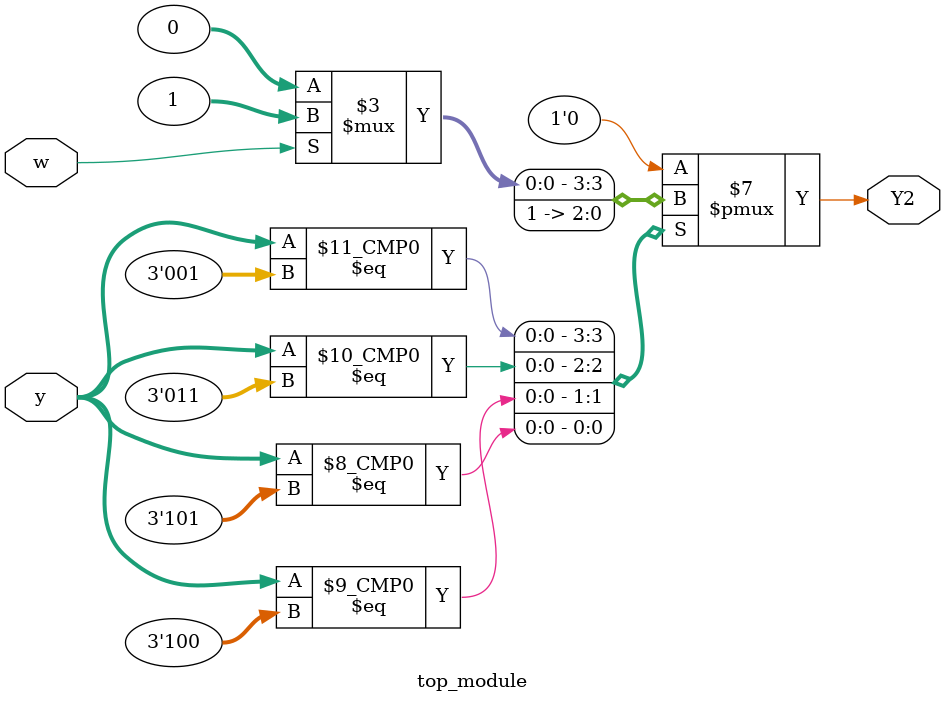
<source format=sv>
module top_module(
    input [3:1] y,  // Current state
    input w,        // Input signal
    output reg Y2   // Next state y[2]
);

    // State encoding
    parameter A = 3'b000;
    parameter B = 3'b001;
    parameter C = 3'b010;
    parameter D = 3'b011;
    parameter E = 3'b100;
    parameter F = 3'b101;

    always @(*) begin
        case (y)
            A: Y2 = 0;  // Next state code for just y[2] in A
            B: Y2 = (w == 1) ? 1 : 0;  // B transitions to D on w=1, i.e., 011,y[2]=1, else 010,y[2]=0
            C: Y2 = 0;  // Next state code for just y[2] in C
            D: Y2 = (w == 1) ? 1 : 1;  // D transitions to F on w=0 or A on w=1, both have y[2]=1
            E: Y2 = 1;  // Next state code for just y[2] in E
            F: Y2 = 1;  // Next state code for just y[2] in F
            default: Y2 = 0;  // Default case, should not happen
        endcase
    end

endmodule

</source>
